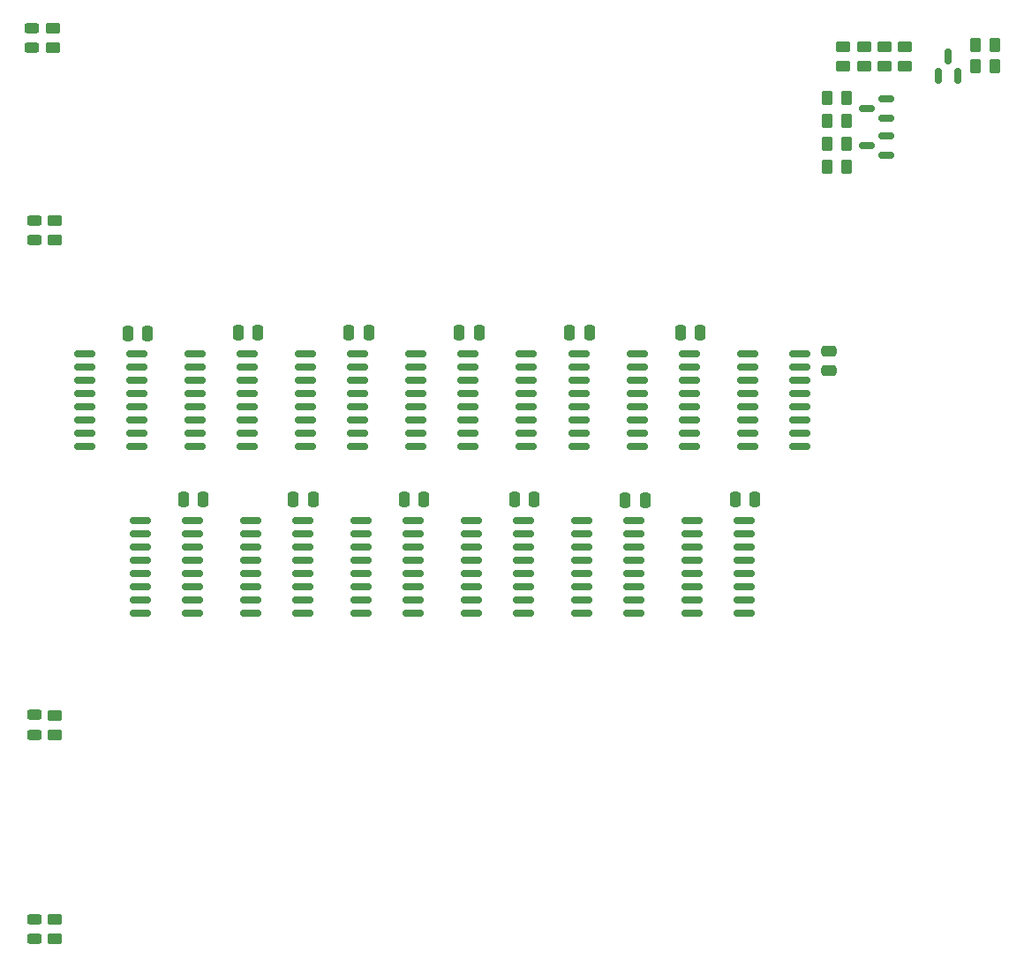
<source format=gtp>
G04 #@! TF.GenerationSoftware,KiCad,Pcbnew,(6.0.5-0)*
G04 #@! TF.CreationDate,2022-12-16T22:27:12-06:00*
G04 #@! TF.ProjectId,scsi_switcher,73637369-5f73-4776-9974-636865722e6b,rev?*
G04 #@! TF.SameCoordinates,Original*
G04 #@! TF.FileFunction,Paste,Top*
G04 #@! TF.FilePolarity,Positive*
%FSLAX46Y46*%
G04 Gerber Fmt 4.6, Leading zero omitted, Abs format (unit mm)*
G04 Created by KiCad (PCBNEW (6.0.5-0)) date 2022-12-16 22:27:12*
%MOMM*%
%LPD*%
G01*
G04 APERTURE LIST*
G04 Aperture macros list*
%AMRoundRect*
0 Rectangle with rounded corners*
0 $1 Rounding radius*
0 $2 $3 $4 $5 $6 $7 $8 $9 X,Y pos of 4 corners*
0 Add a 4 corners polygon primitive as box body*
4,1,4,$2,$3,$4,$5,$6,$7,$8,$9,$2,$3,0*
0 Add four circle primitives for the rounded corners*
1,1,$1+$1,$2,$3*
1,1,$1+$1,$4,$5*
1,1,$1+$1,$6,$7*
1,1,$1+$1,$8,$9*
0 Add four rect primitives between the rounded corners*
20,1,$1+$1,$2,$3,$4,$5,0*
20,1,$1+$1,$4,$5,$6,$7,0*
20,1,$1+$1,$6,$7,$8,$9,0*
20,1,$1+$1,$8,$9,$2,$3,0*%
G04 Aperture macros list end*
%ADD10RoundRect,0.250000X-0.262500X-0.450000X0.262500X-0.450000X0.262500X0.450000X-0.262500X0.450000X0*%
%ADD11RoundRect,0.250000X0.262500X0.450000X-0.262500X0.450000X-0.262500X-0.450000X0.262500X-0.450000X0*%
%ADD12RoundRect,0.150000X0.587500X0.150000X-0.587500X0.150000X-0.587500X-0.150000X0.587500X-0.150000X0*%
%ADD13RoundRect,0.150000X0.150000X-0.587500X0.150000X0.587500X-0.150000X0.587500X-0.150000X-0.587500X0*%
%ADD14RoundRect,0.150000X-0.850000X-0.150000X0.850000X-0.150000X0.850000X0.150000X-0.850000X0.150000X0*%
%ADD15RoundRect,0.250000X0.250000X0.475000X-0.250000X0.475000X-0.250000X-0.475000X0.250000X-0.475000X0*%
%ADD16RoundRect,0.250000X0.450000X-0.262500X0.450000X0.262500X-0.450000X0.262500X-0.450000X-0.262500X0*%
%ADD17RoundRect,0.250000X-0.450000X0.262500X-0.450000X-0.262500X0.450000X-0.262500X0.450000X0.262500X0*%
%ADD18RoundRect,0.243750X0.456250X-0.243750X0.456250X0.243750X-0.456250X0.243750X-0.456250X-0.243750X0*%
%ADD19RoundRect,0.250000X-0.475000X0.250000X-0.475000X-0.250000X0.475000X-0.250000X0.475000X0.250000X0*%
G04 APERTURE END LIST*
D10*
X104798500Y-35221333D03*
X102973500Y-35221333D03*
D11*
X119022500Y-27940000D03*
X117197500Y-27940000D03*
D10*
X104798500Y-37422666D03*
X102973500Y-37422666D03*
X104798500Y-33020000D03*
X102973500Y-33020000D03*
D11*
X117197500Y-29972000D03*
X119022500Y-29972000D03*
D10*
X104798500Y-39624000D03*
X102973500Y-39624000D03*
D12*
X106758500Y-34036000D03*
X108633500Y-33086000D03*
X108633500Y-34986000D03*
D13*
X114554000Y-29034500D03*
X115504000Y-30909500D03*
X113604000Y-30909500D03*
D12*
X106758500Y-37592000D03*
X108633500Y-36642000D03*
X108633500Y-38542000D03*
D14*
X31760000Y-57555000D03*
X31760000Y-58825000D03*
X31760000Y-60095000D03*
X31760000Y-61365000D03*
X31760000Y-62635000D03*
X31760000Y-63905000D03*
X31760000Y-65175000D03*
X31760000Y-66445000D03*
X36760000Y-66445000D03*
X36760000Y-65175000D03*
X36760000Y-63905000D03*
X36760000Y-62635000D03*
X36760000Y-61365000D03*
X36760000Y-60095000D03*
X36760000Y-58825000D03*
X36760000Y-57555000D03*
X37056666Y-73555000D03*
X37056666Y-74825000D03*
X37056666Y-76095000D03*
X37056666Y-77365000D03*
X37056666Y-78635000D03*
X37056666Y-79905000D03*
X37056666Y-81175000D03*
X37056666Y-82445000D03*
X42056666Y-82445000D03*
X42056666Y-81175000D03*
X42056666Y-79905000D03*
X42056666Y-78635000D03*
X42056666Y-77365000D03*
X42056666Y-76095000D03*
X42056666Y-74825000D03*
X42056666Y-73555000D03*
X42353332Y-57555000D03*
X42353332Y-58825000D03*
X42353332Y-60095000D03*
X42353332Y-61365000D03*
X42353332Y-62635000D03*
X42353332Y-63905000D03*
X42353332Y-65175000D03*
X42353332Y-66445000D03*
X47353332Y-66445000D03*
X47353332Y-65175000D03*
X47353332Y-63905000D03*
X47353332Y-62635000D03*
X47353332Y-61365000D03*
X47353332Y-60095000D03*
X47353332Y-58825000D03*
X47353332Y-57555000D03*
X47649999Y-73555000D03*
X47649999Y-74825000D03*
X47649999Y-76095000D03*
X47649999Y-77365000D03*
X47649999Y-78635000D03*
X47649999Y-79905000D03*
X47649999Y-81175000D03*
X47649999Y-82445000D03*
X52649999Y-82445000D03*
X52649999Y-81175000D03*
X52649999Y-79905000D03*
X52649999Y-78635000D03*
X52649999Y-77365000D03*
X52649999Y-76095000D03*
X52649999Y-74825000D03*
X52649999Y-73555000D03*
X52946666Y-57555000D03*
X52946666Y-58825000D03*
X52946666Y-60095000D03*
X52946666Y-61365000D03*
X52946666Y-62635000D03*
X52946666Y-63905000D03*
X52946666Y-65175000D03*
X52946666Y-66445000D03*
X57946666Y-66445000D03*
X57946666Y-65175000D03*
X57946666Y-63905000D03*
X57946666Y-62635000D03*
X57946666Y-61365000D03*
X57946666Y-60095000D03*
X57946666Y-58825000D03*
X57946666Y-57555000D03*
X58243332Y-73555000D03*
X58243332Y-74825000D03*
X58243332Y-76095000D03*
X58243332Y-77365000D03*
X58243332Y-78635000D03*
X58243332Y-79905000D03*
X58243332Y-81175000D03*
X58243332Y-82445000D03*
X63243332Y-82445000D03*
X63243332Y-81175000D03*
X63243332Y-79905000D03*
X63243332Y-78635000D03*
X63243332Y-77365000D03*
X63243332Y-76095000D03*
X63243332Y-74825000D03*
X63243332Y-73555000D03*
X63539999Y-57555000D03*
X63539999Y-58825000D03*
X63539999Y-60095000D03*
X63539999Y-61365000D03*
X63539999Y-62635000D03*
X63539999Y-63905000D03*
X63539999Y-65175000D03*
X63539999Y-66445000D03*
X68539999Y-66445000D03*
X68539999Y-65175000D03*
X68539999Y-63905000D03*
X68539999Y-62635000D03*
X68539999Y-61365000D03*
X68539999Y-60095000D03*
X68539999Y-58825000D03*
X68539999Y-57555000D03*
X68836665Y-73555000D03*
X68836665Y-74825000D03*
X68836665Y-76095000D03*
X68836665Y-77365000D03*
X68836665Y-78635000D03*
X68836665Y-79905000D03*
X68836665Y-81175000D03*
X68836665Y-82445000D03*
X73836665Y-82445000D03*
X73836665Y-81175000D03*
X73836665Y-79905000D03*
X73836665Y-78635000D03*
X73836665Y-77365000D03*
X73836665Y-76095000D03*
X73836665Y-74825000D03*
X73836665Y-73555000D03*
X74133332Y-57555000D03*
X74133332Y-58825000D03*
X74133332Y-60095000D03*
X74133332Y-61365000D03*
X74133332Y-62635000D03*
X74133332Y-63905000D03*
X74133332Y-65175000D03*
X74133332Y-66445000D03*
X79133332Y-66445000D03*
X79133332Y-65175000D03*
X79133332Y-63905000D03*
X79133332Y-62635000D03*
X79133332Y-61365000D03*
X79133332Y-60095000D03*
X79133332Y-58825000D03*
X79133332Y-57555000D03*
X79429998Y-73555000D03*
X79429998Y-74825000D03*
X79429998Y-76095000D03*
X79429998Y-77365000D03*
X79429998Y-78635000D03*
X79429998Y-79905000D03*
X79429998Y-81175000D03*
X79429998Y-82445000D03*
X84429998Y-82445000D03*
X84429998Y-81175000D03*
X84429998Y-79905000D03*
X84429998Y-78635000D03*
X84429998Y-77365000D03*
X84429998Y-76095000D03*
X84429998Y-74825000D03*
X84429998Y-73555000D03*
X84726665Y-57555000D03*
X84726665Y-58825000D03*
X84726665Y-60095000D03*
X84726665Y-61365000D03*
X84726665Y-62635000D03*
X84726665Y-63905000D03*
X84726665Y-65175000D03*
X84726665Y-66445000D03*
X89726665Y-66445000D03*
X89726665Y-65175000D03*
X89726665Y-63905000D03*
X89726665Y-62635000D03*
X89726665Y-61365000D03*
X89726665Y-60095000D03*
X89726665Y-58825000D03*
X89726665Y-57555000D03*
X90023332Y-73555000D03*
X90023332Y-74825000D03*
X90023332Y-76095000D03*
X90023332Y-77365000D03*
X90023332Y-78635000D03*
X90023332Y-79905000D03*
X90023332Y-81175000D03*
X90023332Y-82445000D03*
X95023332Y-82445000D03*
X95023332Y-81175000D03*
X95023332Y-79905000D03*
X95023332Y-78635000D03*
X95023332Y-77365000D03*
X95023332Y-76095000D03*
X95023332Y-74825000D03*
X95023332Y-73555000D03*
X95319999Y-57555000D03*
X95319999Y-58825000D03*
X95319999Y-60095000D03*
X95319999Y-61365000D03*
X95319999Y-62635000D03*
X95319999Y-63905000D03*
X95319999Y-65175000D03*
X95319999Y-66445000D03*
X100319999Y-66445000D03*
X100319999Y-65175000D03*
X100319999Y-63905000D03*
X100319999Y-62635000D03*
X100319999Y-61365000D03*
X100319999Y-60095000D03*
X100319999Y-58825000D03*
X100319999Y-57555000D03*
D15*
X96060000Y-71560000D03*
X94160000Y-71560000D03*
D16*
X28670000Y-28189000D03*
X28670000Y-26364000D03*
D15*
X85480000Y-71610000D03*
X83580000Y-71610000D03*
X43120000Y-71580000D03*
X41220000Y-71580000D03*
D17*
X110410000Y-28157500D03*
X110410000Y-29982500D03*
D15*
X37810000Y-55610000D03*
X35910000Y-55610000D03*
D16*
X28900000Y-113710000D03*
X28900000Y-111885000D03*
X28900000Y-46665000D03*
X28900000Y-44840000D03*
D17*
X108443332Y-28157500D03*
X108443332Y-29982500D03*
D15*
X64290000Y-71570000D03*
X62390000Y-71570000D03*
D18*
X26900000Y-94130000D03*
X26900000Y-92255000D03*
X26670000Y-28194000D03*
X26670000Y-26319000D03*
D15*
X59000000Y-55570000D03*
X57100000Y-55570000D03*
D19*
X103120000Y-57340000D03*
X103120000Y-59240000D03*
D15*
X74890000Y-71600000D03*
X72990000Y-71600000D03*
X48390000Y-55580000D03*
X46490000Y-55580000D03*
X90770000Y-55580000D03*
X88870000Y-55580000D03*
D16*
X28900000Y-94125000D03*
X28900000Y-92300000D03*
D17*
X106476666Y-28157500D03*
X106476666Y-29982500D03*
D18*
X26900000Y-113715000D03*
X26900000Y-111840000D03*
X26900000Y-46670000D03*
X26900000Y-44795000D03*
D15*
X69590000Y-55560000D03*
X67690000Y-55560000D03*
D17*
X104510000Y-28157500D03*
X104510000Y-29982500D03*
D15*
X53680000Y-71540000D03*
X51780000Y-71540000D03*
X80170000Y-55570000D03*
X78270000Y-55570000D03*
M02*

</source>
